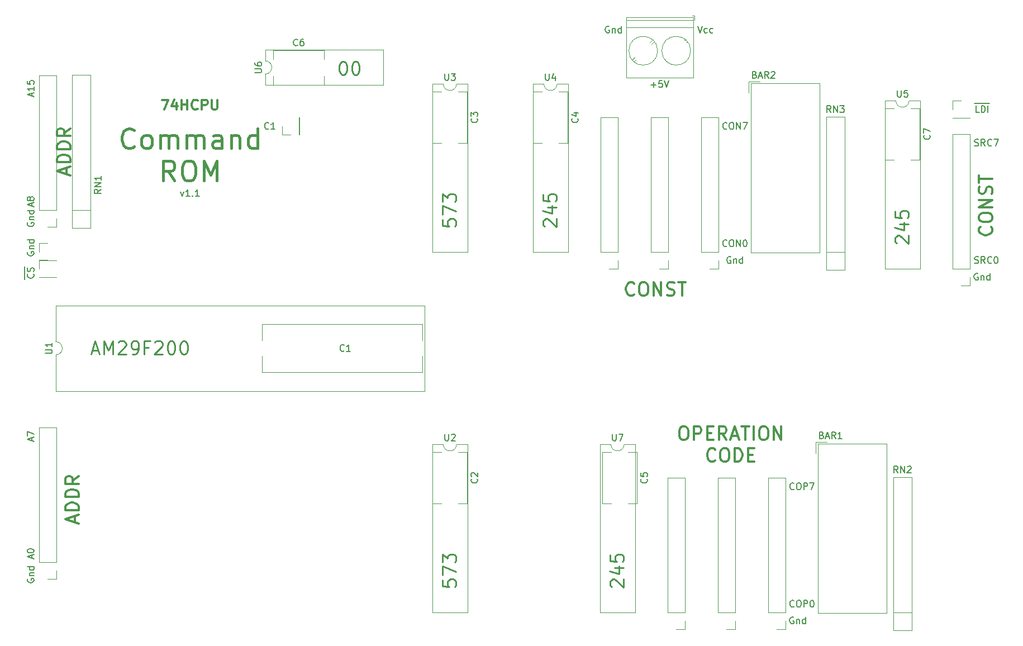
<source format=gbr>
%TF.GenerationSoftware,KiCad,Pcbnew,(5.1.8)-1*%
%TF.CreationDate,2024-08-14T23:24:58+03:00*%
%TF.ProjectId,ROM,524f4d2e-6b69-4636-9164-5f7063625858,rev?*%
%TF.SameCoordinates,Original*%
%TF.FileFunction,Legend,Top*%
%TF.FilePolarity,Positive*%
%FSLAX46Y46*%
G04 Gerber Fmt 4.6, Leading zero omitted, Abs format (unit mm)*
G04 Created by KiCad (PCBNEW (5.1.8)-1) date 2024-08-14 23:24:58*
%MOMM*%
%LPD*%
G01*
G04 APERTURE LIST*
%ADD10C,0.300000*%
%ADD11C,0.150000*%
%ADD12C,0.250000*%
%ADD13C,0.400000*%
%ADD14C,0.120000*%
G04 APERTURE END LIST*
D10*
X16843333Y-39036190D02*
X16843333Y-38083809D01*
X17414761Y-39226666D02*
X15414761Y-38560000D01*
X17414761Y-37893333D01*
X17414761Y-37226666D02*
X15414761Y-37226666D01*
X15414761Y-36750476D01*
X15510000Y-36464761D01*
X15700476Y-36274285D01*
X15890952Y-36179047D01*
X16271904Y-36083809D01*
X16557619Y-36083809D01*
X16938571Y-36179047D01*
X17129047Y-36274285D01*
X17319523Y-36464761D01*
X17414761Y-36750476D01*
X17414761Y-37226666D01*
X17414761Y-35226666D02*
X15414761Y-35226666D01*
X15414761Y-34750476D01*
X15510000Y-34464761D01*
X15700476Y-34274285D01*
X15890952Y-34179047D01*
X16271904Y-34083809D01*
X16557619Y-34083809D01*
X16938571Y-34179047D01*
X17129047Y-34274285D01*
X17319523Y-34464761D01*
X17414761Y-34750476D01*
X17414761Y-35226666D01*
X17414761Y-32083809D02*
X16462380Y-32750476D01*
X17414761Y-33226666D02*
X15414761Y-33226666D01*
X15414761Y-32464761D01*
X15510000Y-32274285D01*
X15605238Y-32179047D01*
X15795714Y-32083809D01*
X16081428Y-32083809D01*
X16271904Y-32179047D01*
X16367142Y-32274285D01*
X16462380Y-32464761D01*
X16462380Y-33226666D01*
X18113333Y-91741190D02*
X18113333Y-90788809D01*
X18684761Y-91931666D02*
X16684761Y-91265000D01*
X18684761Y-90598333D01*
X18684761Y-89931666D02*
X16684761Y-89931666D01*
X16684761Y-89455476D01*
X16780000Y-89169761D01*
X16970476Y-88979285D01*
X17160952Y-88884047D01*
X17541904Y-88788809D01*
X17827619Y-88788809D01*
X18208571Y-88884047D01*
X18399047Y-88979285D01*
X18589523Y-89169761D01*
X18684761Y-89455476D01*
X18684761Y-89931666D01*
X18684761Y-87931666D02*
X16684761Y-87931666D01*
X16684761Y-87455476D01*
X16780000Y-87169761D01*
X16970476Y-86979285D01*
X17160952Y-86884047D01*
X17541904Y-86788809D01*
X17827619Y-86788809D01*
X18208571Y-86884047D01*
X18399047Y-86979285D01*
X18589523Y-87169761D01*
X18684761Y-87455476D01*
X18684761Y-87931666D01*
X18684761Y-84788809D02*
X17732380Y-85455476D01*
X18684761Y-85931666D02*
X16684761Y-85931666D01*
X16684761Y-85169761D01*
X16780000Y-84979285D01*
X16875238Y-84884047D01*
X17065714Y-84788809D01*
X17351428Y-84788809D01*
X17541904Y-84884047D01*
X17637142Y-84979285D01*
X17732380Y-85169761D01*
X17732380Y-85931666D01*
D11*
X34131428Y-41695714D02*
X34369523Y-42362380D01*
X34607619Y-41695714D01*
X35512380Y-42362380D02*
X34940952Y-42362380D01*
X35226666Y-42362380D02*
X35226666Y-41362380D01*
X35131428Y-41505238D01*
X35036190Y-41600476D01*
X34940952Y-41648095D01*
X35940952Y-42267142D02*
X35988571Y-42314761D01*
X35940952Y-42362380D01*
X35893333Y-42314761D01*
X35940952Y-42267142D01*
X35940952Y-42362380D01*
X36940952Y-42362380D02*
X36369523Y-42362380D01*
X36655238Y-42362380D02*
X36655238Y-41362380D01*
X36560000Y-41505238D01*
X36464761Y-41600476D01*
X36369523Y-41648095D01*
D12*
X60737619Y-23955238D02*
X60547142Y-23955238D01*
X60356666Y-23860000D01*
X60261428Y-23764761D01*
X60166190Y-23574285D01*
X60070952Y-23193333D01*
X60070952Y-22717142D01*
X60166190Y-22336190D01*
X60261428Y-22145714D01*
X60356666Y-22050476D01*
X60547142Y-21955238D01*
X60737619Y-21955238D01*
X60928095Y-22050476D01*
X61023333Y-22145714D01*
X61118571Y-22336190D01*
X61213809Y-22717142D01*
X61213809Y-23193333D01*
X61118571Y-23574285D01*
X61023333Y-23764761D01*
X60928095Y-23860000D01*
X60737619Y-23955238D01*
X58832857Y-23955238D02*
X58642380Y-23955238D01*
X58451904Y-23860000D01*
X58356666Y-23764761D01*
X58261428Y-23574285D01*
X58166190Y-23193333D01*
X58166190Y-22717142D01*
X58261428Y-22336190D01*
X58356666Y-22145714D01*
X58451904Y-22050476D01*
X58642380Y-21955238D01*
X58832857Y-21955238D01*
X59023333Y-22050476D01*
X59118571Y-22145714D01*
X59213809Y-22336190D01*
X59309047Y-22717142D01*
X59309047Y-23193333D01*
X59213809Y-23574285D01*
X59118571Y-23764761D01*
X59023333Y-23860000D01*
X58832857Y-23955238D01*
D11*
X10930000Y-50807857D02*
X10882380Y-50903095D01*
X10882380Y-51045952D01*
X10930000Y-51188809D01*
X11025238Y-51284047D01*
X11120476Y-51331666D01*
X11310952Y-51379285D01*
X11453809Y-51379285D01*
X11644285Y-51331666D01*
X11739523Y-51284047D01*
X11834761Y-51188809D01*
X11882380Y-51045952D01*
X11882380Y-50950714D01*
X11834761Y-50807857D01*
X11787142Y-50760238D01*
X11453809Y-50760238D01*
X11453809Y-50950714D01*
X11215714Y-50331666D02*
X11882380Y-50331666D01*
X11310952Y-50331666D02*
X11263333Y-50284047D01*
X11215714Y-50188809D01*
X11215714Y-50045952D01*
X11263333Y-49950714D01*
X11358571Y-49903095D01*
X11882380Y-49903095D01*
X11882380Y-48998333D02*
X10882380Y-48998333D01*
X11834761Y-48998333D02*
X11882380Y-49093571D01*
X11882380Y-49284047D01*
X11834761Y-49379285D01*
X11787142Y-49426904D01*
X11691904Y-49474523D01*
X11406190Y-49474523D01*
X11310952Y-49426904D01*
X11263333Y-49379285D01*
X11215714Y-49284047D01*
X11215714Y-49093571D01*
X11263333Y-48998333D01*
D10*
X31274285Y-27753571D02*
X32274285Y-27753571D01*
X31631428Y-29253571D01*
X33488571Y-28253571D02*
X33488571Y-29253571D01*
X33131428Y-27682142D02*
X32774285Y-28753571D01*
X33702857Y-28753571D01*
X34274285Y-29253571D02*
X34274285Y-27753571D01*
X34274285Y-28467857D02*
X35131428Y-28467857D01*
X35131428Y-29253571D02*
X35131428Y-27753571D01*
X36702857Y-29110714D02*
X36631428Y-29182142D01*
X36417142Y-29253571D01*
X36274285Y-29253571D01*
X36060000Y-29182142D01*
X35917142Y-29039285D01*
X35845714Y-28896428D01*
X35774285Y-28610714D01*
X35774285Y-28396428D01*
X35845714Y-28110714D01*
X35917142Y-27967857D01*
X36060000Y-27825000D01*
X36274285Y-27753571D01*
X36417142Y-27753571D01*
X36631428Y-27825000D01*
X36702857Y-27896428D01*
X37345714Y-29253571D02*
X37345714Y-27753571D01*
X37917142Y-27753571D01*
X38060000Y-27825000D01*
X38131428Y-27896428D01*
X38202857Y-28039285D01*
X38202857Y-28253571D01*
X38131428Y-28396428D01*
X38060000Y-28467857D01*
X37917142Y-28539285D01*
X37345714Y-28539285D01*
X38845714Y-27753571D02*
X38845714Y-28967857D01*
X38917142Y-29110714D01*
X38988571Y-29182142D01*
X39131428Y-29253571D01*
X39417142Y-29253571D01*
X39560000Y-29182142D01*
X39631428Y-29110714D01*
X39702857Y-28967857D01*
X39702857Y-27753571D01*
D12*
X99425238Y-101536190D02*
X99330000Y-101440952D01*
X99234761Y-101250476D01*
X99234761Y-100774285D01*
X99330000Y-100583809D01*
X99425238Y-100488571D01*
X99615714Y-100393333D01*
X99806190Y-100393333D01*
X100091904Y-100488571D01*
X101234761Y-101631428D01*
X101234761Y-100393333D01*
X99901428Y-98679047D02*
X101234761Y-98679047D01*
X99139523Y-99155238D02*
X100568095Y-99631428D01*
X100568095Y-98393333D01*
X99234761Y-96679047D02*
X99234761Y-97631428D01*
X100187142Y-97726666D01*
X100091904Y-97631428D01*
X99996666Y-97440952D01*
X99996666Y-96964761D01*
X100091904Y-96774285D01*
X100187142Y-96679047D01*
X100377619Y-96583809D01*
X100853809Y-96583809D01*
X101044285Y-96679047D01*
X101139523Y-96774285D01*
X101234761Y-96964761D01*
X101234761Y-97440952D01*
X101139523Y-97631428D01*
X101044285Y-97726666D01*
X142605238Y-49466190D02*
X142510000Y-49370952D01*
X142414761Y-49180476D01*
X142414761Y-48704285D01*
X142510000Y-48513809D01*
X142605238Y-48418571D01*
X142795714Y-48323333D01*
X142986190Y-48323333D01*
X143271904Y-48418571D01*
X144414761Y-49561428D01*
X144414761Y-48323333D01*
X143081428Y-46609047D02*
X144414761Y-46609047D01*
X142319523Y-47085238D02*
X143748095Y-47561428D01*
X143748095Y-46323333D01*
X142414761Y-44609047D02*
X142414761Y-45561428D01*
X143367142Y-45656666D01*
X143271904Y-45561428D01*
X143176666Y-45370952D01*
X143176666Y-44894761D01*
X143271904Y-44704285D01*
X143367142Y-44609047D01*
X143557619Y-44513809D01*
X144033809Y-44513809D01*
X144224285Y-44609047D01*
X144319523Y-44704285D01*
X144414761Y-44894761D01*
X144414761Y-45370952D01*
X144319523Y-45561428D01*
X144224285Y-45656666D01*
X89265238Y-46926190D02*
X89170000Y-46830952D01*
X89074761Y-46640476D01*
X89074761Y-46164285D01*
X89170000Y-45973809D01*
X89265238Y-45878571D01*
X89455714Y-45783333D01*
X89646190Y-45783333D01*
X89931904Y-45878571D01*
X91074761Y-47021428D01*
X91074761Y-45783333D01*
X89741428Y-44069047D02*
X91074761Y-44069047D01*
X88979523Y-44545238D02*
X90408095Y-45021428D01*
X90408095Y-43783333D01*
X89074761Y-42069047D02*
X89074761Y-43021428D01*
X90027142Y-43116666D01*
X89931904Y-43021428D01*
X89836666Y-42830952D01*
X89836666Y-42354761D01*
X89931904Y-42164285D01*
X90027142Y-42069047D01*
X90217619Y-41973809D01*
X90693809Y-41973809D01*
X90884285Y-42069047D01*
X90979523Y-42164285D01*
X91074761Y-42354761D01*
X91074761Y-42830952D01*
X90979523Y-43021428D01*
X90884285Y-43116666D01*
X73834761Y-45878571D02*
X73834761Y-46830952D01*
X74787142Y-46926190D01*
X74691904Y-46830952D01*
X74596666Y-46640476D01*
X74596666Y-46164285D01*
X74691904Y-45973809D01*
X74787142Y-45878571D01*
X74977619Y-45783333D01*
X75453809Y-45783333D01*
X75644285Y-45878571D01*
X75739523Y-45973809D01*
X75834761Y-46164285D01*
X75834761Y-46640476D01*
X75739523Y-46830952D01*
X75644285Y-46926190D01*
X73834761Y-45116666D02*
X73834761Y-43783333D01*
X75834761Y-44640476D01*
X73834761Y-43211904D02*
X73834761Y-41973809D01*
X74596666Y-42640476D01*
X74596666Y-42354761D01*
X74691904Y-42164285D01*
X74787142Y-42069047D01*
X74977619Y-41973809D01*
X75453809Y-41973809D01*
X75644285Y-42069047D01*
X75739523Y-42164285D01*
X75834761Y-42354761D01*
X75834761Y-42926190D01*
X75739523Y-43116666D01*
X75644285Y-43211904D01*
X73834761Y-100488571D02*
X73834761Y-101440952D01*
X74787142Y-101536190D01*
X74691904Y-101440952D01*
X74596666Y-101250476D01*
X74596666Y-100774285D01*
X74691904Y-100583809D01*
X74787142Y-100488571D01*
X74977619Y-100393333D01*
X75453809Y-100393333D01*
X75644285Y-100488571D01*
X75739523Y-100583809D01*
X75834761Y-100774285D01*
X75834761Y-101250476D01*
X75739523Y-101440952D01*
X75644285Y-101536190D01*
X73834761Y-99726666D02*
X73834761Y-98393333D01*
X75834761Y-99250476D01*
X73834761Y-97821904D02*
X73834761Y-96583809D01*
X74596666Y-97250476D01*
X74596666Y-96964761D01*
X74691904Y-96774285D01*
X74787142Y-96679047D01*
X74977619Y-96583809D01*
X75453809Y-96583809D01*
X75644285Y-96679047D01*
X75739523Y-96774285D01*
X75834761Y-96964761D01*
X75834761Y-97536190D01*
X75739523Y-97726666D01*
X75644285Y-97821904D01*
X20701904Y-65738333D02*
X21654285Y-65738333D01*
X20511428Y-66309761D02*
X21178095Y-64309761D01*
X21844761Y-66309761D01*
X22511428Y-66309761D02*
X22511428Y-64309761D01*
X23178095Y-65738333D01*
X23844761Y-64309761D01*
X23844761Y-66309761D01*
X24701904Y-64500238D02*
X24797142Y-64405000D01*
X24987619Y-64309761D01*
X25463809Y-64309761D01*
X25654285Y-64405000D01*
X25749523Y-64500238D01*
X25844761Y-64690714D01*
X25844761Y-64881190D01*
X25749523Y-65166904D01*
X24606666Y-66309761D01*
X25844761Y-66309761D01*
X26797142Y-66309761D02*
X27178095Y-66309761D01*
X27368571Y-66214523D01*
X27463809Y-66119285D01*
X27654285Y-65833571D01*
X27749523Y-65452619D01*
X27749523Y-64690714D01*
X27654285Y-64500238D01*
X27559047Y-64405000D01*
X27368571Y-64309761D01*
X26987619Y-64309761D01*
X26797142Y-64405000D01*
X26701904Y-64500238D01*
X26606666Y-64690714D01*
X26606666Y-65166904D01*
X26701904Y-65357380D01*
X26797142Y-65452619D01*
X26987619Y-65547857D01*
X27368571Y-65547857D01*
X27559047Y-65452619D01*
X27654285Y-65357380D01*
X27749523Y-65166904D01*
X29273333Y-65262142D02*
X28606666Y-65262142D01*
X28606666Y-66309761D02*
X28606666Y-64309761D01*
X29559047Y-64309761D01*
X30225714Y-64500238D02*
X30320952Y-64405000D01*
X30511428Y-64309761D01*
X30987619Y-64309761D01*
X31178095Y-64405000D01*
X31273333Y-64500238D01*
X31368571Y-64690714D01*
X31368571Y-64881190D01*
X31273333Y-65166904D01*
X30130476Y-66309761D01*
X31368571Y-66309761D01*
X32606666Y-64309761D02*
X32797142Y-64309761D01*
X32987619Y-64405000D01*
X33082857Y-64500238D01*
X33178095Y-64690714D01*
X33273333Y-65071666D01*
X33273333Y-65547857D01*
X33178095Y-65928809D01*
X33082857Y-66119285D01*
X32987619Y-66214523D01*
X32797142Y-66309761D01*
X32606666Y-66309761D01*
X32416190Y-66214523D01*
X32320952Y-66119285D01*
X32225714Y-65928809D01*
X32130476Y-65547857D01*
X32130476Y-65071666D01*
X32225714Y-64690714D01*
X32320952Y-64500238D01*
X32416190Y-64405000D01*
X32606666Y-64309761D01*
X34511428Y-64309761D02*
X34701904Y-64309761D01*
X34892380Y-64405000D01*
X34987619Y-64500238D01*
X35082857Y-64690714D01*
X35178095Y-65071666D01*
X35178095Y-65547857D01*
X35082857Y-65928809D01*
X34987619Y-66119285D01*
X34892380Y-66214523D01*
X34701904Y-66309761D01*
X34511428Y-66309761D01*
X34320952Y-66214523D01*
X34225714Y-66119285D01*
X34130476Y-65928809D01*
X34035238Y-65547857D01*
X34035238Y-65071666D01*
X34130476Y-64690714D01*
X34225714Y-64500238D01*
X34320952Y-64405000D01*
X34511428Y-64309761D01*
D11*
X105394285Y-25471428D02*
X106156190Y-25471428D01*
X105775238Y-25852380D02*
X105775238Y-25090476D01*
X107108571Y-24852380D02*
X106632380Y-24852380D01*
X106584761Y-25328571D01*
X106632380Y-25280952D01*
X106727619Y-25233333D01*
X106965714Y-25233333D01*
X107060952Y-25280952D01*
X107108571Y-25328571D01*
X107156190Y-25423809D01*
X107156190Y-25661904D01*
X107108571Y-25757142D01*
X107060952Y-25804761D01*
X106965714Y-25852380D01*
X106727619Y-25852380D01*
X106632380Y-25804761D01*
X106584761Y-25757142D01*
X107441904Y-24852380D02*
X107775238Y-25852380D01*
X108108571Y-24852380D01*
D10*
X110189285Y-77264761D02*
X110570238Y-77264761D01*
X110760714Y-77360000D01*
X110951190Y-77550476D01*
X111046428Y-77931428D01*
X111046428Y-78598095D01*
X110951190Y-78979047D01*
X110760714Y-79169523D01*
X110570238Y-79264761D01*
X110189285Y-79264761D01*
X109998809Y-79169523D01*
X109808333Y-78979047D01*
X109713095Y-78598095D01*
X109713095Y-77931428D01*
X109808333Y-77550476D01*
X109998809Y-77360000D01*
X110189285Y-77264761D01*
X111903571Y-79264761D02*
X111903571Y-77264761D01*
X112665476Y-77264761D01*
X112855952Y-77360000D01*
X112951190Y-77455238D01*
X113046428Y-77645714D01*
X113046428Y-77931428D01*
X112951190Y-78121904D01*
X112855952Y-78217142D01*
X112665476Y-78312380D01*
X111903571Y-78312380D01*
X113903571Y-78217142D02*
X114570238Y-78217142D01*
X114855952Y-79264761D02*
X113903571Y-79264761D01*
X113903571Y-77264761D01*
X114855952Y-77264761D01*
X116855952Y-79264761D02*
X116189285Y-78312380D01*
X115713095Y-79264761D02*
X115713095Y-77264761D01*
X116475000Y-77264761D01*
X116665476Y-77360000D01*
X116760714Y-77455238D01*
X116855952Y-77645714D01*
X116855952Y-77931428D01*
X116760714Y-78121904D01*
X116665476Y-78217142D01*
X116475000Y-78312380D01*
X115713095Y-78312380D01*
X117617857Y-78693333D02*
X118570238Y-78693333D01*
X117427380Y-79264761D02*
X118094047Y-77264761D01*
X118760714Y-79264761D01*
X119141666Y-77264761D02*
X120284523Y-77264761D01*
X119713095Y-79264761D02*
X119713095Y-77264761D01*
X120951190Y-79264761D02*
X120951190Y-77264761D01*
X122284523Y-77264761D02*
X122665476Y-77264761D01*
X122855952Y-77360000D01*
X123046428Y-77550476D01*
X123141666Y-77931428D01*
X123141666Y-78598095D01*
X123046428Y-78979047D01*
X122855952Y-79169523D01*
X122665476Y-79264761D01*
X122284523Y-79264761D01*
X122094047Y-79169523D01*
X121903571Y-78979047D01*
X121808333Y-78598095D01*
X121808333Y-77931428D01*
X121903571Y-77550476D01*
X122094047Y-77360000D01*
X122284523Y-77264761D01*
X123998809Y-79264761D02*
X123998809Y-77264761D01*
X125141666Y-79264761D01*
X125141666Y-77264761D01*
X115141666Y-82374285D02*
X115046428Y-82469523D01*
X114760714Y-82564761D01*
X114570238Y-82564761D01*
X114284523Y-82469523D01*
X114094047Y-82279047D01*
X113998809Y-82088571D01*
X113903571Y-81707619D01*
X113903571Y-81421904D01*
X113998809Y-81040952D01*
X114094047Y-80850476D01*
X114284523Y-80660000D01*
X114570238Y-80564761D01*
X114760714Y-80564761D01*
X115046428Y-80660000D01*
X115141666Y-80755238D01*
X116379761Y-80564761D02*
X116760714Y-80564761D01*
X116951190Y-80660000D01*
X117141666Y-80850476D01*
X117236904Y-81231428D01*
X117236904Y-81898095D01*
X117141666Y-82279047D01*
X116951190Y-82469523D01*
X116760714Y-82564761D01*
X116379761Y-82564761D01*
X116189285Y-82469523D01*
X115998809Y-82279047D01*
X115903571Y-81898095D01*
X115903571Y-81231428D01*
X115998809Y-80850476D01*
X116189285Y-80660000D01*
X116379761Y-80564761D01*
X118094047Y-82564761D02*
X118094047Y-80564761D01*
X118570238Y-80564761D01*
X118855952Y-80660000D01*
X119046428Y-80850476D01*
X119141666Y-81040952D01*
X119236904Y-81421904D01*
X119236904Y-81707619D01*
X119141666Y-82088571D01*
X119046428Y-82279047D01*
X118855952Y-82469523D01*
X118570238Y-82564761D01*
X118094047Y-82564761D01*
X120094047Y-81517142D02*
X120760714Y-81517142D01*
X121046428Y-82564761D02*
X120094047Y-82564761D01*
X120094047Y-80564761D01*
X121046428Y-80564761D01*
X156924285Y-47005476D02*
X157019523Y-47100714D01*
X157114761Y-47386428D01*
X157114761Y-47576904D01*
X157019523Y-47862619D01*
X156829047Y-48053095D01*
X156638571Y-48148333D01*
X156257619Y-48243571D01*
X155971904Y-48243571D01*
X155590952Y-48148333D01*
X155400476Y-48053095D01*
X155210000Y-47862619D01*
X155114761Y-47576904D01*
X155114761Y-47386428D01*
X155210000Y-47100714D01*
X155305238Y-47005476D01*
X155114761Y-45767380D02*
X155114761Y-45386428D01*
X155210000Y-45195952D01*
X155400476Y-45005476D01*
X155781428Y-44910238D01*
X156448095Y-44910238D01*
X156829047Y-45005476D01*
X157019523Y-45195952D01*
X157114761Y-45386428D01*
X157114761Y-45767380D01*
X157019523Y-45957857D01*
X156829047Y-46148333D01*
X156448095Y-46243571D01*
X155781428Y-46243571D01*
X155400476Y-46148333D01*
X155210000Y-45957857D01*
X155114761Y-45767380D01*
X157114761Y-44053095D02*
X155114761Y-44053095D01*
X157114761Y-42910238D01*
X155114761Y-42910238D01*
X157019523Y-42053095D02*
X157114761Y-41767380D01*
X157114761Y-41291190D01*
X157019523Y-41100714D01*
X156924285Y-41005476D01*
X156733809Y-40910238D01*
X156543333Y-40910238D01*
X156352857Y-41005476D01*
X156257619Y-41100714D01*
X156162380Y-41291190D01*
X156067142Y-41672142D01*
X155971904Y-41862619D01*
X155876666Y-41957857D01*
X155686190Y-42053095D01*
X155495714Y-42053095D01*
X155305238Y-41957857D01*
X155210000Y-41862619D01*
X155114761Y-41672142D01*
X155114761Y-41195952D01*
X155210000Y-40910238D01*
X155114761Y-40338809D02*
X155114761Y-39195952D01*
X157114761Y-39767380D02*
X155114761Y-39767380D01*
X102854523Y-57229285D02*
X102759285Y-57324523D01*
X102473571Y-57419761D01*
X102283095Y-57419761D01*
X101997380Y-57324523D01*
X101806904Y-57134047D01*
X101711666Y-56943571D01*
X101616428Y-56562619D01*
X101616428Y-56276904D01*
X101711666Y-55895952D01*
X101806904Y-55705476D01*
X101997380Y-55515000D01*
X102283095Y-55419761D01*
X102473571Y-55419761D01*
X102759285Y-55515000D01*
X102854523Y-55610238D01*
X104092619Y-55419761D02*
X104473571Y-55419761D01*
X104664047Y-55515000D01*
X104854523Y-55705476D01*
X104949761Y-56086428D01*
X104949761Y-56753095D01*
X104854523Y-57134047D01*
X104664047Y-57324523D01*
X104473571Y-57419761D01*
X104092619Y-57419761D01*
X103902142Y-57324523D01*
X103711666Y-57134047D01*
X103616428Y-56753095D01*
X103616428Y-56086428D01*
X103711666Y-55705476D01*
X103902142Y-55515000D01*
X104092619Y-55419761D01*
X105806904Y-57419761D02*
X105806904Y-55419761D01*
X106949761Y-57419761D01*
X106949761Y-55419761D01*
X107806904Y-57324523D02*
X108092619Y-57419761D01*
X108568809Y-57419761D01*
X108759285Y-57324523D01*
X108854523Y-57229285D01*
X108949761Y-57038809D01*
X108949761Y-56848333D01*
X108854523Y-56657857D01*
X108759285Y-56562619D01*
X108568809Y-56467380D01*
X108187857Y-56372142D01*
X107997380Y-56276904D01*
X107902142Y-56181666D01*
X107806904Y-55991190D01*
X107806904Y-55800714D01*
X107902142Y-55610238D01*
X107997380Y-55515000D01*
X108187857Y-55419761D01*
X108664047Y-55419761D01*
X108949761Y-55515000D01*
X109521190Y-55419761D02*
X110664047Y-55419761D01*
X110092619Y-57419761D02*
X110092619Y-55419761D01*
D13*
X27060000Y-34816428D02*
X26917142Y-34959285D01*
X26488571Y-35102142D01*
X26202857Y-35102142D01*
X25774285Y-34959285D01*
X25488571Y-34673571D01*
X25345714Y-34387857D01*
X25202857Y-33816428D01*
X25202857Y-33387857D01*
X25345714Y-32816428D01*
X25488571Y-32530714D01*
X25774285Y-32245000D01*
X26202857Y-32102142D01*
X26488571Y-32102142D01*
X26917142Y-32245000D01*
X27060000Y-32387857D01*
X28774285Y-35102142D02*
X28488571Y-34959285D01*
X28345714Y-34816428D01*
X28202857Y-34530714D01*
X28202857Y-33673571D01*
X28345714Y-33387857D01*
X28488571Y-33245000D01*
X28774285Y-33102142D01*
X29202857Y-33102142D01*
X29488571Y-33245000D01*
X29631428Y-33387857D01*
X29774285Y-33673571D01*
X29774285Y-34530714D01*
X29631428Y-34816428D01*
X29488571Y-34959285D01*
X29202857Y-35102142D01*
X28774285Y-35102142D01*
X31060000Y-35102142D02*
X31060000Y-33102142D01*
X31060000Y-33387857D02*
X31202857Y-33245000D01*
X31488571Y-33102142D01*
X31917142Y-33102142D01*
X32202857Y-33245000D01*
X32345714Y-33530714D01*
X32345714Y-35102142D01*
X32345714Y-33530714D02*
X32488571Y-33245000D01*
X32774285Y-33102142D01*
X33202857Y-33102142D01*
X33488571Y-33245000D01*
X33631428Y-33530714D01*
X33631428Y-35102142D01*
X35060000Y-35102142D02*
X35060000Y-33102142D01*
X35060000Y-33387857D02*
X35202857Y-33245000D01*
X35488571Y-33102142D01*
X35917142Y-33102142D01*
X36202857Y-33245000D01*
X36345714Y-33530714D01*
X36345714Y-35102142D01*
X36345714Y-33530714D02*
X36488571Y-33245000D01*
X36774285Y-33102142D01*
X37202857Y-33102142D01*
X37488571Y-33245000D01*
X37631428Y-33530714D01*
X37631428Y-35102142D01*
X40345714Y-35102142D02*
X40345714Y-33530714D01*
X40202857Y-33245000D01*
X39917142Y-33102142D01*
X39345714Y-33102142D01*
X39060000Y-33245000D01*
X40345714Y-34959285D02*
X40060000Y-35102142D01*
X39345714Y-35102142D01*
X39060000Y-34959285D01*
X38917142Y-34673571D01*
X38917142Y-34387857D01*
X39060000Y-34102142D01*
X39345714Y-33959285D01*
X40060000Y-33959285D01*
X40345714Y-33816428D01*
X41774285Y-33102142D02*
X41774285Y-35102142D01*
X41774285Y-33387857D02*
X41917142Y-33245000D01*
X42202857Y-33102142D01*
X42631428Y-33102142D01*
X42917142Y-33245000D01*
X43060000Y-33530714D01*
X43060000Y-35102142D01*
X45774285Y-35102142D02*
X45774285Y-32102142D01*
X45774285Y-34959285D02*
X45488571Y-35102142D01*
X44917142Y-35102142D01*
X44631428Y-34959285D01*
X44488571Y-34816428D01*
X44345714Y-34530714D01*
X44345714Y-33673571D01*
X44488571Y-33387857D01*
X44631428Y-33245000D01*
X44917142Y-33102142D01*
X45488571Y-33102142D01*
X45774285Y-33245000D01*
X33202857Y-40002142D02*
X32202857Y-38573571D01*
X31488571Y-40002142D02*
X31488571Y-37002142D01*
X32631428Y-37002142D01*
X32917142Y-37145000D01*
X33060000Y-37287857D01*
X33202857Y-37573571D01*
X33202857Y-38002142D01*
X33060000Y-38287857D01*
X32917142Y-38430714D01*
X32631428Y-38573571D01*
X31488571Y-38573571D01*
X35060000Y-37002142D02*
X35631428Y-37002142D01*
X35917142Y-37145000D01*
X36202857Y-37430714D01*
X36345714Y-38002142D01*
X36345714Y-39002142D01*
X36202857Y-39573571D01*
X35917142Y-39859285D01*
X35631428Y-40002142D01*
X35060000Y-40002142D01*
X34774285Y-39859285D01*
X34488571Y-39573571D01*
X34345714Y-39002142D01*
X34345714Y-38002142D01*
X34488571Y-37430714D01*
X34774285Y-37145000D01*
X35060000Y-37002142D01*
X37631428Y-40002142D02*
X37631428Y-37002142D01*
X38631428Y-39145000D01*
X39631428Y-37002142D01*
X39631428Y-40002142D01*
D11*
X126992142Y-106180000D02*
X126896904Y-106132380D01*
X126754047Y-106132380D01*
X126611190Y-106180000D01*
X126515952Y-106275238D01*
X126468333Y-106370476D01*
X126420714Y-106560952D01*
X126420714Y-106703809D01*
X126468333Y-106894285D01*
X126515952Y-106989523D01*
X126611190Y-107084761D01*
X126754047Y-107132380D01*
X126849285Y-107132380D01*
X126992142Y-107084761D01*
X127039761Y-107037142D01*
X127039761Y-106703809D01*
X126849285Y-106703809D01*
X127468333Y-106465714D02*
X127468333Y-107132380D01*
X127468333Y-106560952D02*
X127515952Y-106513333D01*
X127611190Y-106465714D01*
X127754047Y-106465714D01*
X127849285Y-106513333D01*
X127896904Y-106608571D01*
X127896904Y-107132380D01*
X128801666Y-107132380D02*
X128801666Y-106132380D01*
X128801666Y-107084761D02*
X128706428Y-107132380D01*
X128515952Y-107132380D01*
X128420714Y-107084761D01*
X128373095Y-107037142D01*
X128325476Y-106941904D01*
X128325476Y-106656190D01*
X128373095Y-106560952D01*
X128420714Y-106513333D01*
X128515952Y-106465714D01*
X128706428Y-106465714D01*
X128801666Y-106513333D01*
X10515000Y-54951190D02*
X10515000Y-53951190D01*
X11787142Y-54141666D02*
X11834761Y-54189285D01*
X11882380Y-54332142D01*
X11882380Y-54427380D01*
X11834761Y-54570238D01*
X11739523Y-54665476D01*
X11644285Y-54713095D01*
X11453809Y-54760714D01*
X11310952Y-54760714D01*
X11120476Y-54713095D01*
X11025238Y-54665476D01*
X10930000Y-54570238D01*
X10882380Y-54427380D01*
X10882380Y-54332142D01*
X10930000Y-54189285D01*
X10977619Y-54141666D01*
X10515000Y-53951190D02*
X10515000Y-52998809D01*
X11834761Y-53760714D02*
X11882380Y-53617857D01*
X11882380Y-53379761D01*
X11834761Y-53284523D01*
X11787142Y-53236904D01*
X11691904Y-53189285D01*
X11596666Y-53189285D01*
X11501428Y-53236904D01*
X11453809Y-53284523D01*
X11406190Y-53379761D01*
X11358571Y-53570238D01*
X11310952Y-53665476D01*
X11263333Y-53713095D01*
X11168095Y-53760714D01*
X11072857Y-53760714D01*
X10977619Y-53713095D01*
X10930000Y-53665476D01*
X10882380Y-53570238D01*
X10882380Y-53332142D01*
X10930000Y-53189285D01*
X47458333Y-32107142D02*
X47410714Y-32154761D01*
X47267857Y-32202380D01*
X47172619Y-32202380D01*
X47029761Y-32154761D01*
X46934523Y-32059523D01*
X46886904Y-31964285D01*
X46839285Y-31773809D01*
X46839285Y-31630952D01*
X46886904Y-31440476D01*
X46934523Y-31345238D01*
X47029761Y-31250000D01*
X47172619Y-31202380D01*
X47267857Y-31202380D01*
X47410714Y-31250000D01*
X47458333Y-31297619D01*
X48410714Y-32202380D02*
X47839285Y-32202380D01*
X48125000Y-32202380D02*
X48125000Y-31202380D01*
X48029761Y-31345238D01*
X47934523Y-31440476D01*
X47839285Y-31488095D01*
X154432142Y-28295000D02*
X155241666Y-28295000D01*
X155146428Y-29662380D02*
X154670238Y-29662380D01*
X154670238Y-28662380D01*
X155241666Y-28295000D02*
X156241666Y-28295000D01*
X155479761Y-29662380D02*
X155479761Y-28662380D01*
X155717857Y-28662380D01*
X155860714Y-28710000D01*
X155955952Y-28805238D01*
X156003571Y-28900476D01*
X156051190Y-29090952D01*
X156051190Y-29233809D01*
X156003571Y-29424285D01*
X155955952Y-29519523D01*
X155860714Y-29614761D01*
X155717857Y-29662380D01*
X155479761Y-29662380D01*
X156241666Y-28295000D02*
X156717857Y-28295000D01*
X156479761Y-29662380D02*
X156479761Y-28662380D01*
X154448095Y-34694761D02*
X154590952Y-34742380D01*
X154829047Y-34742380D01*
X154924285Y-34694761D01*
X154971904Y-34647142D01*
X155019523Y-34551904D01*
X155019523Y-34456666D01*
X154971904Y-34361428D01*
X154924285Y-34313809D01*
X154829047Y-34266190D01*
X154638571Y-34218571D01*
X154543333Y-34170952D01*
X154495714Y-34123333D01*
X154448095Y-34028095D01*
X154448095Y-33932857D01*
X154495714Y-33837619D01*
X154543333Y-33790000D01*
X154638571Y-33742380D01*
X154876666Y-33742380D01*
X155019523Y-33790000D01*
X156019523Y-34742380D02*
X155686190Y-34266190D01*
X155448095Y-34742380D02*
X155448095Y-33742380D01*
X155829047Y-33742380D01*
X155924285Y-33790000D01*
X155971904Y-33837619D01*
X156019523Y-33932857D01*
X156019523Y-34075714D01*
X155971904Y-34170952D01*
X155924285Y-34218571D01*
X155829047Y-34266190D01*
X155448095Y-34266190D01*
X157019523Y-34647142D02*
X156971904Y-34694761D01*
X156829047Y-34742380D01*
X156733809Y-34742380D01*
X156590952Y-34694761D01*
X156495714Y-34599523D01*
X156448095Y-34504285D01*
X156400476Y-34313809D01*
X156400476Y-34170952D01*
X156448095Y-33980476D01*
X156495714Y-33885238D01*
X156590952Y-33790000D01*
X156733809Y-33742380D01*
X156829047Y-33742380D01*
X156971904Y-33790000D01*
X157019523Y-33837619D01*
X157352857Y-33742380D02*
X158019523Y-33742380D01*
X157590952Y-34742380D01*
X154932142Y-54110000D02*
X154836904Y-54062380D01*
X154694047Y-54062380D01*
X154551190Y-54110000D01*
X154455952Y-54205238D01*
X154408333Y-54300476D01*
X154360714Y-54490952D01*
X154360714Y-54633809D01*
X154408333Y-54824285D01*
X154455952Y-54919523D01*
X154551190Y-55014761D01*
X154694047Y-55062380D01*
X154789285Y-55062380D01*
X154932142Y-55014761D01*
X154979761Y-54967142D01*
X154979761Y-54633809D01*
X154789285Y-54633809D01*
X155408333Y-54395714D02*
X155408333Y-55062380D01*
X155408333Y-54490952D02*
X155455952Y-54443333D01*
X155551190Y-54395714D01*
X155694047Y-54395714D01*
X155789285Y-54443333D01*
X155836904Y-54538571D01*
X155836904Y-55062380D01*
X156741666Y-55062380D02*
X156741666Y-54062380D01*
X156741666Y-55014761D02*
X156646428Y-55062380D01*
X156455952Y-55062380D01*
X156360714Y-55014761D01*
X156313095Y-54967142D01*
X156265476Y-54871904D01*
X156265476Y-54586190D01*
X156313095Y-54490952D01*
X156360714Y-54443333D01*
X156455952Y-54395714D01*
X156646428Y-54395714D01*
X156741666Y-54443333D01*
X154448095Y-52474761D02*
X154590952Y-52522380D01*
X154829047Y-52522380D01*
X154924285Y-52474761D01*
X154971904Y-52427142D01*
X155019523Y-52331904D01*
X155019523Y-52236666D01*
X154971904Y-52141428D01*
X154924285Y-52093809D01*
X154829047Y-52046190D01*
X154638571Y-51998571D01*
X154543333Y-51950952D01*
X154495714Y-51903333D01*
X154448095Y-51808095D01*
X154448095Y-51712857D01*
X154495714Y-51617619D01*
X154543333Y-51570000D01*
X154638571Y-51522380D01*
X154876666Y-51522380D01*
X155019523Y-51570000D01*
X156019523Y-52522380D02*
X155686190Y-52046190D01*
X155448095Y-52522380D02*
X155448095Y-51522380D01*
X155829047Y-51522380D01*
X155924285Y-51570000D01*
X155971904Y-51617619D01*
X156019523Y-51712857D01*
X156019523Y-51855714D01*
X155971904Y-51950952D01*
X155924285Y-51998571D01*
X155829047Y-52046190D01*
X155448095Y-52046190D01*
X157019523Y-52427142D02*
X156971904Y-52474761D01*
X156829047Y-52522380D01*
X156733809Y-52522380D01*
X156590952Y-52474761D01*
X156495714Y-52379523D01*
X156448095Y-52284285D01*
X156400476Y-52093809D01*
X156400476Y-51950952D01*
X156448095Y-51760476D01*
X156495714Y-51665238D01*
X156590952Y-51570000D01*
X156733809Y-51522380D01*
X156829047Y-51522380D01*
X156971904Y-51570000D01*
X157019523Y-51617619D01*
X157638571Y-51522380D02*
X157733809Y-51522380D01*
X157829047Y-51570000D01*
X157876666Y-51617619D01*
X157924285Y-51712857D01*
X157971904Y-51903333D01*
X157971904Y-52141428D01*
X157924285Y-52331904D01*
X157876666Y-52427142D01*
X157829047Y-52474761D01*
X157733809Y-52522380D01*
X157638571Y-52522380D01*
X157543333Y-52474761D01*
X157495714Y-52427142D01*
X157448095Y-52331904D01*
X157400476Y-52141428D01*
X157400476Y-51903333D01*
X157448095Y-51712857D01*
X157495714Y-51617619D01*
X157543333Y-51570000D01*
X157638571Y-51522380D01*
X116895714Y-32107142D02*
X116848095Y-32154761D01*
X116705238Y-32202380D01*
X116610000Y-32202380D01*
X116467142Y-32154761D01*
X116371904Y-32059523D01*
X116324285Y-31964285D01*
X116276666Y-31773809D01*
X116276666Y-31630952D01*
X116324285Y-31440476D01*
X116371904Y-31345238D01*
X116467142Y-31250000D01*
X116610000Y-31202380D01*
X116705238Y-31202380D01*
X116848095Y-31250000D01*
X116895714Y-31297619D01*
X117514761Y-31202380D02*
X117705238Y-31202380D01*
X117800476Y-31250000D01*
X117895714Y-31345238D01*
X117943333Y-31535714D01*
X117943333Y-31869047D01*
X117895714Y-32059523D01*
X117800476Y-32154761D01*
X117705238Y-32202380D01*
X117514761Y-32202380D01*
X117419523Y-32154761D01*
X117324285Y-32059523D01*
X117276666Y-31869047D01*
X117276666Y-31535714D01*
X117324285Y-31345238D01*
X117419523Y-31250000D01*
X117514761Y-31202380D01*
X118371904Y-32202380D02*
X118371904Y-31202380D01*
X118943333Y-32202380D01*
X118943333Y-31202380D01*
X119324285Y-31202380D02*
X119990952Y-31202380D01*
X119562380Y-32202380D01*
X117467142Y-51570000D02*
X117371904Y-51522380D01*
X117229047Y-51522380D01*
X117086190Y-51570000D01*
X116990952Y-51665238D01*
X116943333Y-51760476D01*
X116895714Y-51950952D01*
X116895714Y-52093809D01*
X116943333Y-52284285D01*
X116990952Y-52379523D01*
X117086190Y-52474761D01*
X117229047Y-52522380D01*
X117324285Y-52522380D01*
X117467142Y-52474761D01*
X117514761Y-52427142D01*
X117514761Y-52093809D01*
X117324285Y-52093809D01*
X117943333Y-51855714D02*
X117943333Y-52522380D01*
X117943333Y-51950952D02*
X117990952Y-51903333D01*
X118086190Y-51855714D01*
X118229047Y-51855714D01*
X118324285Y-51903333D01*
X118371904Y-51998571D01*
X118371904Y-52522380D01*
X119276666Y-52522380D02*
X119276666Y-51522380D01*
X119276666Y-52474761D02*
X119181428Y-52522380D01*
X118990952Y-52522380D01*
X118895714Y-52474761D01*
X118848095Y-52427142D01*
X118800476Y-52331904D01*
X118800476Y-52046190D01*
X118848095Y-51950952D01*
X118895714Y-51903333D01*
X118990952Y-51855714D01*
X119181428Y-51855714D01*
X119276666Y-51903333D01*
X116895714Y-49887142D02*
X116848095Y-49934761D01*
X116705238Y-49982380D01*
X116610000Y-49982380D01*
X116467142Y-49934761D01*
X116371904Y-49839523D01*
X116324285Y-49744285D01*
X116276666Y-49553809D01*
X116276666Y-49410952D01*
X116324285Y-49220476D01*
X116371904Y-49125238D01*
X116467142Y-49030000D01*
X116610000Y-48982380D01*
X116705238Y-48982380D01*
X116848095Y-49030000D01*
X116895714Y-49077619D01*
X117514761Y-48982380D02*
X117705238Y-48982380D01*
X117800476Y-49030000D01*
X117895714Y-49125238D01*
X117943333Y-49315714D01*
X117943333Y-49649047D01*
X117895714Y-49839523D01*
X117800476Y-49934761D01*
X117705238Y-49982380D01*
X117514761Y-49982380D01*
X117419523Y-49934761D01*
X117324285Y-49839523D01*
X117276666Y-49649047D01*
X117276666Y-49315714D01*
X117324285Y-49125238D01*
X117419523Y-49030000D01*
X117514761Y-48982380D01*
X118371904Y-49982380D02*
X118371904Y-48982380D01*
X118943333Y-49982380D01*
X118943333Y-48982380D01*
X119610000Y-48982380D02*
X119705238Y-48982380D01*
X119800476Y-49030000D01*
X119848095Y-49077619D01*
X119895714Y-49172857D01*
X119943333Y-49363333D01*
X119943333Y-49601428D01*
X119895714Y-49791904D01*
X119848095Y-49887142D01*
X119800476Y-49934761D01*
X119705238Y-49982380D01*
X119610000Y-49982380D01*
X119514761Y-49934761D01*
X119467142Y-49887142D01*
X119419523Y-49791904D01*
X119371904Y-49601428D01*
X119371904Y-49363333D01*
X119419523Y-49172857D01*
X119467142Y-49077619D01*
X119514761Y-49030000D01*
X119610000Y-48982380D01*
X127079523Y-86717142D02*
X127031904Y-86764761D01*
X126889047Y-86812380D01*
X126793809Y-86812380D01*
X126650952Y-86764761D01*
X126555714Y-86669523D01*
X126508095Y-86574285D01*
X126460476Y-86383809D01*
X126460476Y-86240952D01*
X126508095Y-86050476D01*
X126555714Y-85955238D01*
X126650952Y-85860000D01*
X126793809Y-85812380D01*
X126889047Y-85812380D01*
X127031904Y-85860000D01*
X127079523Y-85907619D01*
X127698571Y-85812380D02*
X127889047Y-85812380D01*
X127984285Y-85860000D01*
X128079523Y-85955238D01*
X128127142Y-86145714D01*
X128127142Y-86479047D01*
X128079523Y-86669523D01*
X127984285Y-86764761D01*
X127889047Y-86812380D01*
X127698571Y-86812380D01*
X127603333Y-86764761D01*
X127508095Y-86669523D01*
X127460476Y-86479047D01*
X127460476Y-86145714D01*
X127508095Y-85955238D01*
X127603333Y-85860000D01*
X127698571Y-85812380D01*
X128555714Y-86812380D02*
X128555714Y-85812380D01*
X128936666Y-85812380D01*
X129031904Y-85860000D01*
X129079523Y-85907619D01*
X129127142Y-86002857D01*
X129127142Y-86145714D01*
X129079523Y-86240952D01*
X129031904Y-86288571D01*
X128936666Y-86336190D01*
X128555714Y-86336190D01*
X129460476Y-85812380D02*
X130127142Y-85812380D01*
X129698571Y-86812380D01*
X127079523Y-104497142D02*
X127031904Y-104544761D01*
X126889047Y-104592380D01*
X126793809Y-104592380D01*
X126650952Y-104544761D01*
X126555714Y-104449523D01*
X126508095Y-104354285D01*
X126460476Y-104163809D01*
X126460476Y-104020952D01*
X126508095Y-103830476D01*
X126555714Y-103735238D01*
X126650952Y-103640000D01*
X126793809Y-103592380D01*
X126889047Y-103592380D01*
X127031904Y-103640000D01*
X127079523Y-103687619D01*
X127698571Y-103592380D02*
X127889047Y-103592380D01*
X127984285Y-103640000D01*
X128079523Y-103735238D01*
X128127142Y-103925714D01*
X128127142Y-104259047D01*
X128079523Y-104449523D01*
X127984285Y-104544761D01*
X127889047Y-104592380D01*
X127698571Y-104592380D01*
X127603333Y-104544761D01*
X127508095Y-104449523D01*
X127460476Y-104259047D01*
X127460476Y-103925714D01*
X127508095Y-103735238D01*
X127603333Y-103640000D01*
X127698571Y-103592380D01*
X128555714Y-104592380D02*
X128555714Y-103592380D01*
X128936666Y-103592380D01*
X129031904Y-103640000D01*
X129079523Y-103687619D01*
X129127142Y-103782857D01*
X129127142Y-103925714D01*
X129079523Y-104020952D01*
X129031904Y-104068571D01*
X128936666Y-104116190D01*
X128555714Y-104116190D01*
X129746190Y-103592380D02*
X129841428Y-103592380D01*
X129936666Y-103640000D01*
X129984285Y-103687619D01*
X130031904Y-103782857D01*
X130079523Y-103973333D01*
X130079523Y-104211428D01*
X130031904Y-104401904D01*
X129984285Y-104497142D01*
X129936666Y-104544761D01*
X129841428Y-104592380D01*
X129746190Y-104592380D01*
X129650952Y-104544761D01*
X129603333Y-104497142D01*
X129555714Y-104401904D01*
X129508095Y-104211428D01*
X129508095Y-103973333D01*
X129555714Y-103782857D01*
X129603333Y-103687619D01*
X129650952Y-103640000D01*
X129746190Y-103592380D01*
X99052142Y-16645000D02*
X98956904Y-16597380D01*
X98814047Y-16597380D01*
X98671190Y-16645000D01*
X98575952Y-16740238D01*
X98528333Y-16835476D01*
X98480714Y-17025952D01*
X98480714Y-17168809D01*
X98528333Y-17359285D01*
X98575952Y-17454523D01*
X98671190Y-17549761D01*
X98814047Y-17597380D01*
X98909285Y-17597380D01*
X99052142Y-17549761D01*
X99099761Y-17502142D01*
X99099761Y-17168809D01*
X98909285Y-17168809D01*
X99528333Y-16930714D02*
X99528333Y-17597380D01*
X99528333Y-17025952D02*
X99575952Y-16978333D01*
X99671190Y-16930714D01*
X99814047Y-16930714D01*
X99909285Y-16978333D01*
X99956904Y-17073571D01*
X99956904Y-17597380D01*
X100861666Y-17597380D02*
X100861666Y-16597380D01*
X100861666Y-17549761D02*
X100766428Y-17597380D01*
X100575952Y-17597380D01*
X100480714Y-17549761D01*
X100433095Y-17502142D01*
X100385476Y-17406904D01*
X100385476Y-17121190D01*
X100433095Y-17025952D01*
X100480714Y-16978333D01*
X100575952Y-16930714D01*
X100766428Y-16930714D01*
X100861666Y-16978333D01*
X112474523Y-16597380D02*
X112807857Y-17597380D01*
X113141190Y-16597380D01*
X113903095Y-17549761D02*
X113807857Y-17597380D01*
X113617380Y-17597380D01*
X113522142Y-17549761D01*
X113474523Y-17502142D01*
X113426904Y-17406904D01*
X113426904Y-17121190D01*
X113474523Y-17025952D01*
X113522142Y-16978333D01*
X113617380Y-16930714D01*
X113807857Y-16930714D01*
X113903095Y-16978333D01*
X114760238Y-17549761D02*
X114665000Y-17597380D01*
X114474523Y-17597380D01*
X114379285Y-17549761D01*
X114331666Y-17502142D01*
X114284047Y-17406904D01*
X114284047Y-17121190D01*
X114331666Y-17025952D01*
X114379285Y-16978333D01*
X114474523Y-16930714D01*
X114665000Y-16930714D01*
X114760238Y-16978333D01*
X11596666Y-43894285D02*
X11596666Y-43418095D01*
X11882380Y-43989523D02*
X10882380Y-43656190D01*
X11882380Y-43322857D01*
X11310952Y-42846666D02*
X11263333Y-42941904D01*
X11215714Y-42989523D01*
X11120476Y-43037142D01*
X11072857Y-43037142D01*
X10977619Y-42989523D01*
X10930000Y-42941904D01*
X10882380Y-42846666D01*
X10882380Y-42656190D01*
X10930000Y-42560952D01*
X10977619Y-42513333D01*
X11072857Y-42465714D01*
X11120476Y-42465714D01*
X11215714Y-42513333D01*
X11263333Y-42560952D01*
X11310952Y-42656190D01*
X11310952Y-42846666D01*
X11358571Y-42941904D01*
X11406190Y-42989523D01*
X11501428Y-43037142D01*
X11691904Y-43037142D01*
X11787142Y-42989523D01*
X11834761Y-42941904D01*
X11882380Y-42846666D01*
X11882380Y-42656190D01*
X11834761Y-42560952D01*
X11787142Y-42513333D01*
X11691904Y-42465714D01*
X11501428Y-42465714D01*
X11406190Y-42513333D01*
X11358571Y-42560952D01*
X11310952Y-42656190D01*
X11596666Y-27225476D02*
X11596666Y-26749285D01*
X11882380Y-27320714D02*
X10882380Y-26987380D01*
X11882380Y-26654047D01*
X11882380Y-25796904D02*
X11882380Y-26368333D01*
X11882380Y-26082619D02*
X10882380Y-26082619D01*
X11025238Y-26177857D01*
X11120476Y-26273095D01*
X11168095Y-26368333D01*
X10882380Y-24892142D02*
X10882380Y-25368333D01*
X11358571Y-25415952D01*
X11310952Y-25368333D01*
X11263333Y-25273095D01*
X11263333Y-25035000D01*
X11310952Y-24939761D01*
X11358571Y-24892142D01*
X11453809Y-24844523D01*
X11691904Y-24844523D01*
X11787142Y-24892142D01*
X11834761Y-24939761D01*
X11882380Y-25035000D01*
X11882380Y-25273095D01*
X11834761Y-25368333D01*
X11787142Y-25415952D01*
X10930000Y-100337857D02*
X10882380Y-100433095D01*
X10882380Y-100575952D01*
X10930000Y-100718809D01*
X11025238Y-100814047D01*
X11120476Y-100861666D01*
X11310952Y-100909285D01*
X11453809Y-100909285D01*
X11644285Y-100861666D01*
X11739523Y-100814047D01*
X11834761Y-100718809D01*
X11882380Y-100575952D01*
X11882380Y-100480714D01*
X11834761Y-100337857D01*
X11787142Y-100290238D01*
X11453809Y-100290238D01*
X11453809Y-100480714D01*
X11215714Y-99861666D02*
X11882380Y-99861666D01*
X11310952Y-99861666D02*
X11263333Y-99814047D01*
X11215714Y-99718809D01*
X11215714Y-99575952D01*
X11263333Y-99480714D01*
X11358571Y-99433095D01*
X11882380Y-99433095D01*
X11882380Y-98528333D02*
X10882380Y-98528333D01*
X11834761Y-98528333D02*
X11882380Y-98623571D01*
X11882380Y-98814047D01*
X11834761Y-98909285D01*
X11787142Y-98956904D01*
X11691904Y-99004523D01*
X11406190Y-99004523D01*
X11310952Y-98956904D01*
X11263333Y-98909285D01*
X11215714Y-98814047D01*
X11215714Y-98623571D01*
X11263333Y-98528333D01*
X10930000Y-46362857D02*
X10882380Y-46458095D01*
X10882380Y-46600952D01*
X10930000Y-46743809D01*
X11025238Y-46839047D01*
X11120476Y-46886666D01*
X11310952Y-46934285D01*
X11453809Y-46934285D01*
X11644285Y-46886666D01*
X11739523Y-46839047D01*
X11834761Y-46743809D01*
X11882380Y-46600952D01*
X11882380Y-46505714D01*
X11834761Y-46362857D01*
X11787142Y-46315238D01*
X11453809Y-46315238D01*
X11453809Y-46505714D01*
X11215714Y-45886666D02*
X11882380Y-45886666D01*
X11310952Y-45886666D02*
X11263333Y-45839047D01*
X11215714Y-45743809D01*
X11215714Y-45600952D01*
X11263333Y-45505714D01*
X11358571Y-45458095D01*
X11882380Y-45458095D01*
X11882380Y-44553333D02*
X10882380Y-44553333D01*
X11834761Y-44553333D02*
X11882380Y-44648571D01*
X11882380Y-44839047D01*
X11834761Y-44934285D01*
X11787142Y-44981904D01*
X11691904Y-45029523D01*
X11406190Y-45029523D01*
X11310952Y-44981904D01*
X11263333Y-44934285D01*
X11215714Y-44839047D01*
X11215714Y-44648571D01*
X11263333Y-44553333D01*
X11596666Y-79454285D02*
X11596666Y-78978095D01*
X11882380Y-79549523D02*
X10882380Y-79216190D01*
X11882380Y-78882857D01*
X10882380Y-78644761D02*
X10882380Y-77978095D01*
X11882380Y-78406666D01*
X11596666Y-97234285D02*
X11596666Y-96758095D01*
X11882380Y-97329523D02*
X10882380Y-96996190D01*
X11882380Y-96662857D01*
X10882380Y-96139047D02*
X10882380Y-96043809D01*
X10930000Y-95948571D01*
X10977619Y-95900952D01*
X11072857Y-95853333D01*
X11263333Y-95805714D01*
X11501428Y-95805714D01*
X11691904Y-95853333D01*
X11787142Y-95900952D01*
X11834761Y-95948571D01*
X11882380Y-96043809D01*
X11882380Y-96139047D01*
X11834761Y-96234285D01*
X11787142Y-96281904D01*
X11691904Y-96329523D01*
X11501428Y-96377142D01*
X11263333Y-96377142D01*
X11072857Y-96329523D01*
X10977619Y-96281904D01*
X10930000Y-96234285D01*
X10882380Y-96139047D01*
D14*
%TO.C,C7*%
X146130000Y-29090000D02*
X146130000Y-36830000D01*
X140890000Y-29090000D02*
X140890000Y-36830000D01*
X146130000Y-29090000D02*
X144766000Y-29090000D01*
X142254000Y-29090000D02*
X140890000Y-29090000D01*
X146130000Y-36830000D02*
X144766000Y-36830000D01*
X142254000Y-36830000D02*
X140890000Y-36830000D01*
%TO.C,C6*%
X48140000Y-20240000D02*
X55880000Y-20240000D01*
X48140000Y-25480000D02*
X55880000Y-25480000D01*
X48140000Y-20240000D02*
X48140000Y-21604000D01*
X48140000Y-24116000D02*
X48140000Y-25480000D01*
X55880000Y-20240000D02*
X55880000Y-21604000D01*
X55880000Y-24116000D02*
X55880000Y-25480000D01*
%TO.C,C5*%
X103267500Y-81160000D02*
X103267500Y-88900000D01*
X98027500Y-81160000D02*
X98027500Y-88900000D01*
X103267500Y-81160000D02*
X101903500Y-81160000D01*
X99391500Y-81160000D02*
X98027500Y-81160000D01*
X103267500Y-88900000D02*
X101903500Y-88900000D01*
X99391500Y-88900000D02*
X98027500Y-88900000D01*
%TO.C,C4*%
X92790000Y-26550000D02*
X92790000Y-34290000D01*
X87550000Y-26550000D02*
X87550000Y-34290000D01*
X92790000Y-26550000D02*
X91426000Y-26550000D01*
X88914000Y-26550000D02*
X87550000Y-26550000D01*
X92790000Y-34290000D02*
X91426000Y-34290000D01*
X88914000Y-34290000D02*
X87550000Y-34290000D01*
%TO.C,C3*%
X77550000Y-26550000D02*
X77550000Y-34290000D01*
X72310000Y-26550000D02*
X72310000Y-34290000D01*
X77550000Y-26550000D02*
X76186000Y-26550000D01*
X73674000Y-26550000D02*
X72310000Y-26550000D01*
X77550000Y-34290000D02*
X76186000Y-34290000D01*
X73674000Y-34290000D02*
X72310000Y-34290000D01*
%TO.C,C2*%
X77550000Y-81160000D02*
X77550000Y-88900000D01*
X72310000Y-81160000D02*
X72310000Y-88900000D01*
X77550000Y-81160000D02*
X76186000Y-81160000D01*
X73674000Y-81160000D02*
X72310000Y-81160000D01*
X77550000Y-88900000D02*
X76186000Y-88900000D01*
X73674000Y-88900000D02*
X72310000Y-88900000D01*
%TO.C,C1*%
X70720000Y-69025000D02*
X46480000Y-69025000D01*
X70720000Y-61785000D02*
X46480000Y-61785000D01*
X70720000Y-69025000D02*
X70720000Y-66590000D01*
X70720000Y-64220000D02*
X70720000Y-61785000D01*
X46480000Y-69025000D02*
X46480000Y-66590000D01*
X46480000Y-64220000D02*
X46480000Y-61785000D01*
%TO.C,J14*%
X12640000Y-52130000D02*
X15300000Y-52130000D01*
X12640000Y-52070000D02*
X12640000Y-52130000D01*
X15300000Y-52070000D02*
X15300000Y-52130000D01*
X12640000Y-52070000D02*
X15300000Y-52070000D01*
X12640000Y-50800000D02*
X12640000Y-49470000D01*
X12640000Y-49470000D02*
X13970000Y-49470000D01*
%TO.C,J13*%
X115630000Y-53400000D02*
X114300000Y-53400000D01*
X115630000Y-52070000D02*
X115630000Y-53400000D01*
X115630000Y-50800000D02*
X112970000Y-50800000D01*
X112970000Y-50800000D02*
X112970000Y-30420000D01*
X115630000Y-50800000D02*
X115630000Y-30420000D01*
X115630000Y-30420000D02*
X112970000Y-30420000D01*
%TO.C,RN3*%
X131950000Y-50800000D02*
X134750000Y-50800000D01*
X131950000Y-30310000D02*
X131950000Y-53510000D01*
X134750000Y-30310000D02*
X131950000Y-30310000D01*
X134750000Y-53510000D02*
X134750000Y-30310000D01*
X131950000Y-53510000D02*
X134750000Y-53510000D01*
%TO.C,BAR2*%
X130950000Y-25260000D02*
X130950000Y-50940000D01*
X120510000Y-25260000D02*
X130950000Y-25260000D01*
X120510000Y-50940000D02*
X120510000Y-25260000D01*
X130950000Y-50940000D02*
X120510000Y-50940000D01*
X120220000Y-24970000D02*
X120220000Y-26670000D01*
X121920000Y-24970000D02*
X120220000Y-24970000D01*
%TO.C,BAR1*%
X141110000Y-79870000D02*
X141110000Y-105550000D01*
X130670000Y-79870000D02*
X141110000Y-79870000D01*
X130670000Y-105550000D02*
X130670000Y-79870000D01*
X141110000Y-105550000D02*
X130670000Y-105550000D01*
X130380000Y-79580000D02*
X130380000Y-81280000D01*
X132080000Y-79580000D02*
X130380000Y-79580000D01*
%TO.C,RN2*%
X142110000Y-108120000D02*
X144910000Y-108120000D01*
X144910000Y-108120000D02*
X144910000Y-84920000D01*
X144910000Y-84920000D02*
X142110000Y-84920000D01*
X142110000Y-84920000D02*
X142110000Y-108120000D01*
X142110000Y-105410000D02*
X144910000Y-105410000D01*
%TO.C,RN1*%
X17650000Y-47160000D02*
X20450000Y-47160000D01*
X20450000Y-47160000D02*
X20450000Y-23960000D01*
X20450000Y-23960000D02*
X17650000Y-23960000D01*
X17650000Y-23960000D02*
X17650000Y-47160000D01*
X17650000Y-44450000D02*
X20450000Y-44450000D01*
%TO.C,U1*%
X15180000Y-58945000D02*
X15180000Y-64405000D01*
X71120000Y-58945000D02*
X15180000Y-58945000D01*
X71120000Y-71865000D02*
X71120000Y-58945000D01*
X15180000Y-71865000D02*
X71120000Y-71865000D01*
X15180000Y-66405000D02*
X15180000Y-71865000D01*
X15180000Y-64405000D02*
G75*
G02*
X15180000Y-66405000I0J-1000000D01*
G01*
%TO.C,J12*%
X15300000Y-47050000D02*
X13970000Y-47050000D01*
X15300000Y-45720000D02*
X15300000Y-47050000D01*
X15300000Y-44450000D02*
X12640000Y-44450000D01*
X12640000Y-44450000D02*
X12640000Y-24070000D01*
X15300000Y-44450000D02*
X15300000Y-24070000D01*
X15300000Y-24070000D02*
X12640000Y-24070000D01*
%TO.C,J3*%
X15300000Y-100390000D02*
X13970000Y-100390000D01*
X15300000Y-99060000D02*
X15300000Y-100390000D01*
X15300000Y-97790000D02*
X12640000Y-97790000D01*
X12640000Y-97790000D02*
X12640000Y-77410000D01*
X15300000Y-97790000D02*
X15300000Y-77410000D01*
X15300000Y-77410000D02*
X12640000Y-77410000D01*
%TO.C,J11*%
X151070000Y-27880000D02*
X152400000Y-27880000D01*
X151070000Y-29210000D02*
X151070000Y-27880000D01*
X151070000Y-30480000D02*
X153730000Y-30480000D01*
X153730000Y-30480000D02*
X153730000Y-30540000D01*
X151070000Y-30480000D02*
X151070000Y-30540000D01*
X151070000Y-30540000D02*
X153730000Y-30540000D01*
%TO.C,J10*%
X49470000Y-33080000D02*
X49470000Y-31750000D01*
X50800000Y-33080000D02*
X49470000Y-33080000D01*
X52070000Y-33080000D02*
X52070000Y-30420000D01*
X52070000Y-30420000D02*
X52130000Y-30420000D01*
X52070000Y-33080000D02*
X52130000Y-33080000D01*
X52130000Y-33080000D02*
X52130000Y-30420000D01*
%TO.C,J9*%
X12640000Y-52010000D02*
X13970000Y-52010000D01*
X12640000Y-53340000D02*
X12640000Y-52010000D01*
X12640000Y-54610000D02*
X15300000Y-54610000D01*
X15300000Y-54610000D02*
X15300000Y-54670000D01*
X12640000Y-54610000D02*
X12640000Y-54670000D01*
X12640000Y-54670000D02*
X15300000Y-54670000D01*
%TO.C,J8*%
X108010000Y-30420000D02*
X105350000Y-30420000D01*
X108010000Y-50800000D02*
X108010000Y-30420000D01*
X105350000Y-50800000D02*
X105350000Y-30420000D01*
X108010000Y-50800000D02*
X105350000Y-50800000D01*
X108010000Y-52070000D02*
X108010000Y-53400000D01*
X108010000Y-53400000D02*
X106680000Y-53400000D01*
%TO.C,J7*%
X100390000Y-30420000D02*
X97730000Y-30420000D01*
X100390000Y-50800000D02*
X100390000Y-30420000D01*
X97730000Y-50800000D02*
X97730000Y-30420000D01*
X100390000Y-50800000D02*
X97730000Y-50800000D01*
X100390000Y-52070000D02*
X100390000Y-53400000D01*
X100390000Y-53400000D02*
X99060000Y-53400000D01*
%TO.C,J6*%
X125790000Y-85030000D02*
X123130000Y-85030000D01*
X125790000Y-105410000D02*
X125790000Y-85030000D01*
X123130000Y-105410000D02*
X123130000Y-85030000D01*
X125790000Y-105410000D02*
X123130000Y-105410000D01*
X125790000Y-106680000D02*
X125790000Y-108010000D01*
X125790000Y-108010000D02*
X124460000Y-108010000D01*
%TO.C,J5*%
X118170000Y-85030000D02*
X115510000Y-85030000D01*
X118170000Y-105410000D02*
X118170000Y-85030000D01*
X115510000Y-105410000D02*
X115510000Y-85030000D01*
X118170000Y-105410000D02*
X115510000Y-105410000D01*
X118170000Y-106680000D02*
X118170000Y-108010000D01*
X118170000Y-108010000D02*
X116840000Y-108010000D01*
%TO.C,J4*%
X112020000Y-15020000D02*
X111620000Y-15020000D01*
X112020000Y-15660000D02*
X112020000Y-15020000D01*
X105478000Y-19328000D02*
X105873000Y-18932000D01*
X102832000Y-21974000D02*
X103212000Y-21594000D01*
X105227000Y-19046000D02*
X105607000Y-18666000D01*
X102566000Y-21708000D02*
X102961000Y-21312000D01*
X110768000Y-19039000D02*
X110874000Y-18932000D01*
X107832000Y-21974000D02*
X107939000Y-21867000D01*
X110502000Y-18773000D02*
X110608000Y-18666000D01*
X107566000Y-21708000D02*
X107673000Y-21601000D01*
X101660000Y-24380000D02*
X101660000Y-15260000D01*
X111780000Y-24380000D02*
X111780000Y-15260000D01*
X111780000Y-15260000D02*
X101660000Y-15260000D01*
X111780000Y-24380000D02*
X101660000Y-24380000D01*
X111780000Y-16820000D02*
X101660000Y-16820000D01*
X111780000Y-15720000D02*
X101660000Y-15720000D01*
X106400000Y-20320000D02*
G75*
G03*
X106400000Y-20320000I-2180000J0D01*
G01*
X111400000Y-20320000D02*
G75*
G03*
X111400000Y-20320000I-2180000J0D01*
G01*
%TO.C,J2*%
X153730000Y-55940000D02*
X152400000Y-55940000D01*
X153730000Y-54610000D02*
X153730000Y-55940000D01*
X153730000Y-53340000D02*
X151070000Y-53340000D01*
X151070000Y-53340000D02*
X151070000Y-32960000D01*
X153730000Y-53340000D02*
X153730000Y-32960000D01*
X153730000Y-32960000D02*
X151070000Y-32960000D01*
%TO.C,J1*%
X110550000Y-108010000D02*
X109220000Y-108010000D01*
X110550000Y-106680000D02*
X110550000Y-108010000D01*
X110550000Y-105410000D02*
X107890000Y-105410000D01*
X107890000Y-105410000D02*
X107890000Y-85030000D01*
X110550000Y-105410000D02*
X110550000Y-85030000D01*
X110550000Y-85030000D02*
X107890000Y-85030000D01*
%TO.C,U7*%
X102980000Y-79950000D02*
X101330000Y-79950000D01*
X102980000Y-105470000D02*
X102980000Y-79950000D01*
X97680000Y-105470000D02*
X102980000Y-105470000D01*
X97680000Y-79950000D02*
X97680000Y-105470000D01*
X99330000Y-79950000D02*
X97680000Y-79950000D01*
X101330000Y-79950000D02*
G75*
G02*
X99330000Y-79950000I-1000000J0D01*
G01*
%TO.C,U6*%
X46930000Y-20210000D02*
X46930000Y-21860000D01*
X64830000Y-20210000D02*
X46930000Y-20210000D01*
X64830000Y-25510000D02*
X64830000Y-20210000D01*
X46930000Y-25510000D02*
X64830000Y-25510000D01*
X46930000Y-23860000D02*
X46930000Y-25510000D01*
X46930000Y-21860000D02*
G75*
G02*
X46930000Y-23860000I0J-1000000D01*
G01*
%TO.C,U5*%
X146160000Y-27880000D02*
X144510000Y-27880000D01*
X146160000Y-53400000D02*
X146160000Y-27880000D01*
X140860000Y-53400000D02*
X146160000Y-53400000D01*
X140860000Y-27880000D02*
X140860000Y-53400000D01*
X142510000Y-27880000D02*
X140860000Y-27880000D01*
X144510000Y-27880000D02*
G75*
G02*
X142510000Y-27880000I-1000000J0D01*
G01*
%TO.C,U4*%
X92820000Y-25340000D02*
X91170000Y-25340000D01*
X92820000Y-50860000D02*
X92820000Y-25340000D01*
X87520000Y-50860000D02*
X92820000Y-50860000D01*
X87520000Y-25340000D02*
X87520000Y-50860000D01*
X89170000Y-25340000D02*
X87520000Y-25340000D01*
X91170000Y-25340000D02*
G75*
G02*
X89170000Y-25340000I-1000000J0D01*
G01*
%TO.C,U3*%
X77580000Y-25340000D02*
X75930000Y-25340000D01*
X77580000Y-50860000D02*
X77580000Y-25340000D01*
X72280000Y-50860000D02*
X77580000Y-50860000D01*
X72280000Y-25340000D02*
X72280000Y-50860000D01*
X73930000Y-25340000D02*
X72280000Y-25340000D01*
X75930000Y-25340000D02*
G75*
G02*
X73930000Y-25340000I-1000000J0D01*
G01*
%TO.C,U2*%
X77580000Y-79950000D02*
X75930000Y-79950000D01*
X77580000Y-105470000D02*
X77580000Y-79950000D01*
X72280000Y-105470000D02*
X77580000Y-105470000D01*
X72280000Y-79950000D02*
X72280000Y-105470000D01*
X73930000Y-79950000D02*
X72280000Y-79950000D01*
X75930000Y-79950000D02*
G75*
G02*
X73930000Y-79950000I-1000000J0D01*
G01*
%TO.C,C7*%
D11*
X147617142Y-33126666D02*
X147664761Y-33174285D01*
X147712380Y-33317142D01*
X147712380Y-33412380D01*
X147664761Y-33555238D01*
X147569523Y-33650476D01*
X147474285Y-33698095D01*
X147283809Y-33745714D01*
X147140952Y-33745714D01*
X146950476Y-33698095D01*
X146855238Y-33650476D01*
X146760000Y-33555238D01*
X146712380Y-33412380D01*
X146712380Y-33317142D01*
X146760000Y-33174285D01*
X146807619Y-33126666D01*
X146712380Y-32793333D02*
X146712380Y-32126666D01*
X147712380Y-32555238D01*
%TO.C,C6*%
X51843333Y-19467142D02*
X51795714Y-19514761D01*
X51652857Y-19562380D01*
X51557619Y-19562380D01*
X51414761Y-19514761D01*
X51319523Y-19419523D01*
X51271904Y-19324285D01*
X51224285Y-19133809D01*
X51224285Y-18990952D01*
X51271904Y-18800476D01*
X51319523Y-18705238D01*
X51414761Y-18610000D01*
X51557619Y-18562380D01*
X51652857Y-18562380D01*
X51795714Y-18610000D01*
X51843333Y-18657619D01*
X52700476Y-18562380D02*
X52510000Y-18562380D01*
X52414761Y-18610000D01*
X52367142Y-18657619D01*
X52271904Y-18800476D01*
X52224285Y-18990952D01*
X52224285Y-19371904D01*
X52271904Y-19467142D01*
X52319523Y-19514761D01*
X52414761Y-19562380D01*
X52605238Y-19562380D01*
X52700476Y-19514761D01*
X52748095Y-19467142D01*
X52795714Y-19371904D01*
X52795714Y-19133809D01*
X52748095Y-19038571D01*
X52700476Y-18990952D01*
X52605238Y-18943333D01*
X52414761Y-18943333D01*
X52319523Y-18990952D01*
X52271904Y-19038571D01*
X52224285Y-19133809D01*
%TO.C,C5*%
X104754642Y-85196666D02*
X104802261Y-85244285D01*
X104849880Y-85387142D01*
X104849880Y-85482380D01*
X104802261Y-85625238D01*
X104707023Y-85720476D01*
X104611785Y-85768095D01*
X104421309Y-85815714D01*
X104278452Y-85815714D01*
X104087976Y-85768095D01*
X103992738Y-85720476D01*
X103897500Y-85625238D01*
X103849880Y-85482380D01*
X103849880Y-85387142D01*
X103897500Y-85244285D01*
X103945119Y-85196666D01*
X103849880Y-84291904D02*
X103849880Y-84768095D01*
X104326071Y-84815714D01*
X104278452Y-84768095D01*
X104230833Y-84672857D01*
X104230833Y-84434761D01*
X104278452Y-84339523D01*
X104326071Y-84291904D01*
X104421309Y-84244285D01*
X104659404Y-84244285D01*
X104754642Y-84291904D01*
X104802261Y-84339523D01*
X104849880Y-84434761D01*
X104849880Y-84672857D01*
X104802261Y-84768095D01*
X104754642Y-84815714D01*
%TO.C,C4*%
X94277142Y-30586666D02*
X94324761Y-30634285D01*
X94372380Y-30777142D01*
X94372380Y-30872380D01*
X94324761Y-31015238D01*
X94229523Y-31110476D01*
X94134285Y-31158095D01*
X93943809Y-31205714D01*
X93800952Y-31205714D01*
X93610476Y-31158095D01*
X93515238Y-31110476D01*
X93420000Y-31015238D01*
X93372380Y-30872380D01*
X93372380Y-30777142D01*
X93420000Y-30634285D01*
X93467619Y-30586666D01*
X93705714Y-29729523D02*
X94372380Y-29729523D01*
X93324761Y-29967619D02*
X94039047Y-30205714D01*
X94039047Y-29586666D01*
%TO.C,C3*%
X79037142Y-30586666D02*
X79084761Y-30634285D01*
X79132380Y-30777142D01*
X79132380Y-30872380D01*
X79084761Y-31015238D01*
X78989523Y-31110476D01*
X78894285Y-31158095D01*
X78703809Y-31205714D01*
X78560952Y-31205714D01*
X78370476Y-31158095D01*
X78275238Y-31110476D01*
X78180000Y-31015238D01*
X78132380Y-30872380D01*
X78132380Y-30777142D01*
X78180000Y-30634285D01*
X78227619Y-30586666D01*
X78132380Y-30253333D02*
X78132380Y-29634285D01*
X78513333Y-29967619D01*
X78513333Y-29824761D01*
X78560952Y-29729523D01*
X78608571Y-29681904D01*
X78703809Y-29634285D01*
X78941904Y-29634285D01*
X79037142Y-29681904D01*
X79084761Y-29729523D01*
X79132380Y-29824761D01*
X79132380Y-30110476D01*
X79084761Y-30205714D01*
X79037142Y-30253333D01*
%TO.C,C2*%
X79037142Y-85196666D02*
X79084761Y-85244285D01*
X79132380Y-85387142D01*
X79132380Y-85482380D01*
X79084761Y-85625238D01*
X78989523Y-85720476D01*
X78894285Y-85768095D01*
X78703809Y-85815714D01*
X78560952Y-85815714D01*
X78370476Y-85768095D01*
X78275238Y-85720476D01*
X78180000Y-85625238D01*
X78132380Y-85482380D01*
X78132380Y-85387142D01*
X78180000Y-85244285D01*
X78227619Y-85196666D01*
X78227619Y-84815714D02*
X78180000Y-84768095D01*
X78132380Y-84672857D01*
X78132380Y-84434761D01*
X78180000Y-84339523D01*
X78227619Y-84291904D01*
X78322857Y-84244285D01*
X78418095Y-84244285D01*
X78560952Y-84291904D01*
X79132380Y-84863333D01*
X79132380Y-84244285D01*
%TO.C,C1*%
X58888333Y-65762142D02*
X58840714Y-65809761D01*
X58697857Y-65857380D01*
X58602619Y-65857380D01*
X58459761Y-65809761D01*
X58364523Y-65714523D01*
X58316904Y-65619285D01*
X58269285Y-65428809D01*
X58269285Y-65285952D01*
X58316904Y-65095476D01*
X58364523Y-65000238D01*
X58459761Y-64905000D01*
X58602619Y-64857380D01*
X58697857Y-64857380D01*
X58840714Y-64905000D01*
X58888333Y-64952619D01*
X59840714Y-65857380D02*
X59269285Y-65857380D01*
X59555000Y-65857380D02*
X59555000Y-64857380D01*
X59459761Y-65000238D01*
X59364523Y-65095476D01*
X59269285Y-65143095D01*
%TO.C,RN3*%
X132659523Y-29662380D02*
X132326190Y-29186190D01*
X132088095Y-29662380D02*
X132088095Y-28662380D01*
X132469047Y-28662380D01*
X132564285Y-28710000D01*
X132611904Y-28757619D01*
X132659523Y-28852857D01*
X132659523Y-28995714D01*
X132611904Y-29090952D01*
X132564285Y-29138571D01*
X132469047Y-29186190D01*
X132088095Y-29186190D01*
X133088095Y-29662380D02*
X133088095Y-28662380D01*
X133659523Y-29662380D01*
X133659523Y-28662380D01*
X134040476Y-28662380D02*
X134659523Y-28662380D01*
X134326190Y-29043333D01*
X134469047Y-29043333D01*
X134564285Y-29090952D01*
X134611904Y-29138571D01*
X134659523Y-29233809D01*
X134659523Y-29471904D01*
X134611904Y-29567142D01*
X134564285Y-29614761D01*
X134469047Y-29662380D01*
X134183333Y-29662380D01*
X134088095Y-29614761D01*
X134040476Y-29567142D01*
%TO.C,BAR2*%
X121116666Y-23948571D02*
X121259523Y-23996190D01*
X121307142Y-24043809D01*
X121354761Y-24139047D01*
X121354761Y-24281904D01*
X121307142Y-24377142D01*
X121259523Y-24424761D01*
X121164285Y-24472380D01*
X120783333Y-24472380D01*
X120783333Y-23472380D01*
X121116666Y-23472380D01*
X121211904Y-23520000D01*
X121259523Y-23567619D01*
X121307142Y-23662857D01*
X121307142Y-23758095D01*
X121259523Y-23853333D01*
X121211904Y-23900952D01*
X121116666Y-23948571D01*
X120783333Y-23948571D01*
X121735714Y-24186666D02*
X122211904Y-24186666D01*
X121640476Y-24472380D02*
X121973809Y-23472380D01*
X122307142Y-24472380D01*
X123211904Y-24472380D02*
X122878571Y-23996190D01*
X122640476Y-24472380D02*
X122640476Y-23472380D01*
X123021428Y-23472380D01*
X123116666Y-23520000D01*
X123164285Y-23567619D01*
X123211904Y-23662857D01*
X123211904Y-23805714D01*
X123164285Y-23900952D01*
X123116666Y-23948571D01*
X123021428Y-23996190D01*
X122640476Y-23996190D01*
X123592857Y-23567619D02*
X123640476Y-23520000D01*
X123735714Y-23472380D01*
X123973809Y-23472380D01*
X124069047Y-23520000D01*
X124116666Y-23567619D01*
X124164285Y-23662857D01*
X124164285Y-23758095D01*
X124116666Y-23900952D01*
X123545238Y-24472380D01*
X124164285Y-24472380D01*
%TO.C,BAR1*%
X131276666Y-78558571D02*
X131419523Y-78606190D01*
X131467142Y-78653809D01*
X131514761Y-78749047D01*
X131514761Y-78891904D01*
X131467142Y-78987142D01*
X131419523Y-79034761D01*
X131324285Y-79082380D01*
X130943333Y-79082380D01*
X130943333Y-78082380D01*
X131276666Y-78082380D01*
X131371904Y-78130000D01*
X131419523Y-78177619D01*
X131467142Y-78272857D01*
X131467142Y-78368095D01*
X131419523Y-78463333D01*
X131371904Y-78510952D01*
X131276666Y-78558571D01*
X130943333Y-78558571D01*
X131895714Y-78796666D02*
X132371904Y-78796666D01*
X131800476Y-79082380D02*
X132133809Y-78082380D01*
X132467142Y-79082380D01*
X133371904Y-79082380D02*
X133038571Y-78606190D01*
X132800476Y-79082380D02*
X132800476Y-78082380D01*
X133181428Y-78082380D01*
X133276666Y-78130000D01*
X133324285Y-78177619D01*
X133371904Y-78272857D01*
X133371904Y-78415714D01*
X133324285Y-78510952D01*
X133276666Y-78558571D01*
X133181428Y-78606190D01*
X132800476Y-78606190D01*
X134324285Y-79082380D02*
X133752857Y-79082380D01*
X134038571Y-79082380D02*
X134038571Y-78082380D01*
X133943333Y-78225238D01*
X133848095Y-78320476D01*
X133752857Y-78368095D01*
%TO.C,RN2*%
X142819523Y-84272380D02*
X142486190Y-83796190D01*
X142248095Y-84272380D02*
X142248095Y-83272380D01*
X142629047Y-83272380D01*
X142724285Y-83320000D01*
X142771904Y-83367619D01*
X142819523Y-83462857D01*
X142819523Y-83605714D01*
X142771904Y-83700952D01*
X142724285Y-83748571D01*
X142629047Y-83796190D01*
X142248095Y-83796190D01*
X143248095Y-84272380D02*
X143248095Y-83272380D01*
X143819523Y-84272380D01*
X143819523Y-83272380D01*
X144248095Y-83367619D02*
X144295714Y-83320000D01*
X144390952Y-83272380D01*
X144629047Y-83272380D01*
X144724285Y-83320000D01*
X144771904Y-83367619D01*
X144819523Y-83462857D01*
X144819523Y-83558095D01*
X144771904Y-83700952D01*
X144200476Y-84272380D01*
X144819523Y-84272380D01*
%TO.C,RN1*%
X22042380Y-41330476D02*
X21566190Y-41663809D01*
X22042380Y-41901904D02*
X21042380Y-41901904D01*
X21042380Y-41520952D01*
X21090000Y-41425714D01*
X21137619Y-41378095D01*
X21232857Y-41330476D01*
X21375714Y-41330476D01*
X21470952Y-41378095D01*
X21518571Y-41425714D01*
X21566190Y-41520952D01*
X21566190Y-41901904D01*
X22042380Y-40901904D02*
X21042380Y-40901904D01*
X22042380Y-40330476D01*
X21042380Y-40330476D01*
X22042380Y-39330476D02*
X22042380Y-39901904D01*
X22042380Y-39616190D02*
X21042380Y-39616190D01*
X21185238Y-39711428D01*
X21280476Y-39806666D01*
X21328095Y-39901904D01*
%TO.C,U1*%
X13632380Y-66166904D02*
X14441904Y-66166904D01*
X14537142Y-66119285D01*
X14584761Y-66071666D01*
X14632380Y-65976428D01*
X14632380Y-65785952D01*
X14584761Y-65690714D01*
X14537142Y-65643095D01*
X14441904Y-65595476D01*
X13632380Y-65595476D01*
X14632380Y-64595476D02*
X14632380Y-65166904D01*
X14632380Y-64881190D02*
X13632380Y-64881190D01*
X13775238Y-64976428D01*
X13870476Y-65071666D01*
X13918095Y-65166904D01*
%TO.C,U7*%
X99568095Y-78402380D02*
X99568095Y-79211904D01*
X99615714Y-79307142D01*
X99663333Y-79354761D01*
X99758571Y-79402380D01*
X99949047Y-79402380D01*
X100044285Y-79354761D01*
X100091904Y-79307142D01*
X100139523Y-79211904D01*
X100139523Y-78402380D01*
X100520476Y-78402380D02*
X101187142Y-78402380D01*
X100758571Y-79402380D01*
%TO.C,U6*%
X45382380Y-23621904D02*
X46191904Y-23621904D01*
X46287142Y-23574285D01*
X46334761Y-23526666D01*
X46382380Y-23431428D01*
X46382380Y-23240952D01*
X46334761Y-23145714D01*
X46287142Y-23098095D01*
X46191904Y-23050476D01*
X45382380Y-23050476D01*
X45382380Y-22145714D02*
X45382380Y-22336190D01*
X45430000Y-22431428D01*
X45477619Y-22479047D01*
X45620476Y-22574285D01*
X45810952Y-22621904D01*
X46191904Y-22621904D01*
X46287142Y-22574285D01*
X46334761Y-22526666D01*
X46382380Y-22431428D01*
X46382380Y-22240952D01*
X46334761Y-22145714D01*
X46287142Y-22098095D01*
X46191904Y-22050476D01*
X45953809Y-22050476D01*
X45858571Y-22098095D01*
X45810952Y-22145714D01*
X45763333Y-22240952D01*
X45763333Y-22431428D01*
X45810952Y-22526666D01*
X45858571Y-22574285D01*
X45953809Y-22621904D01*
%TO.C,U5*%
X142748095Y-26332380D02*
X142748095Y-27141904D01*
X142795714Y-27237142D01*
X142843333Y-27284761D01*
X142938571Y-27332380D01*
X143129047Y-27332380D01*
X143224285Y-27284761D01*
X143271904Y-27237142D01*
X143319523Y-27141904D01*
X143319523Y-26332380D01*
X144271904Y-26332380D02*
X143795714Y-26332380D01*
X143748095Y-26808571D01*
X143795714Y-26760952D01*
X143890952Y-26713333D01*
X144129047Y-26713333D01*
X144224285Y-26760952D01*
X144271904Y-26808571D01*
X144319523Y-26903809D01*
X144319523Y-27141904D01*
X144271904Y-27237142D01*
X144224285Y-27284761D01*
X144129047Y-27332380D01*
X143890952Y-27332380D01*
X143795714Y-27284761D01*
X143748095Y-27237142D01*
%TO.C,U4*%
X89408095Y-23792380D02*
X89408095Y-24601904D01*
X89455714Y-24697142D01*
X89503333Y-24744761D01*
X89598571Y-24792380D01*
X89789047Y-24792380D01*
X89884285Y-24744761D01*
X89931904Y-24697142D01*
X89979523Y-24601904D01*
X89979523Y-23792380D01*
X90884285Y-24125714D02*
X90884285Y-24792380D01*
X90646190Y-23744761D02*
X90408095Y-24459047D01*
X91027142Y-24459047D01*
%TO.C,U3*%
X74168095Y-23792380D02*
X74168095Y-24601904D01*
X74215714Y-24697142D01*
X74263333Y-24744761D01*
X74358571Y-24792380D01*
X74549047Y-24792380D01*
X74644285Y-24744761D01*
X74691904Y-24697142D01*
X74739523Y-24601904D01*
X74739523Y-23792380D01*
X75120476Y-23792380D02*
X75739523Y-23792380D01*
X75406190Y-24173333D01*
X75549047Y-24173333D01*
X75644285Y-24220952D01*
X75691904Y-24268571D01*
X75739523Y-24363809D01*
X75739523Y-24601904D01*
X75691904Y-24697142D01*
X75644285Y-24744761D01*
X75549047Y-24792380D01*
X75263333Y-24792380D01*
X75168095Y-24744761D01*
X75120476Y-24697142D01*
%TO.C,U2*%
X74168095Y-78402380D02*
X74168095Y-79211904D01*
X74215714Y-79307142D01*
X74263333Y-79354761D01*
X74358571Y-79402380D01*
X74549047Y-79402380D01*
X74644285Y-79354761D01*
X74691904Y-79307142D01*
X74739523Y-79211904D01*
X74739523Y-78402380D01*
X75168095Y-78497619D02*
X75215714Y-78450000D01*
X75310952Y-78402380D01*
X75549047Y-78402380D01*
X75644285Y-78450000D01*
X75691904Y-78497619D01*
X75739523Y-78592857D01*
X75739523Y-78688095D01*
X75691904Y-78830952D01*
X75120476Y-79402380D01*
X75739523Y-79402380D01*
%TD*%
M02*

</source>
